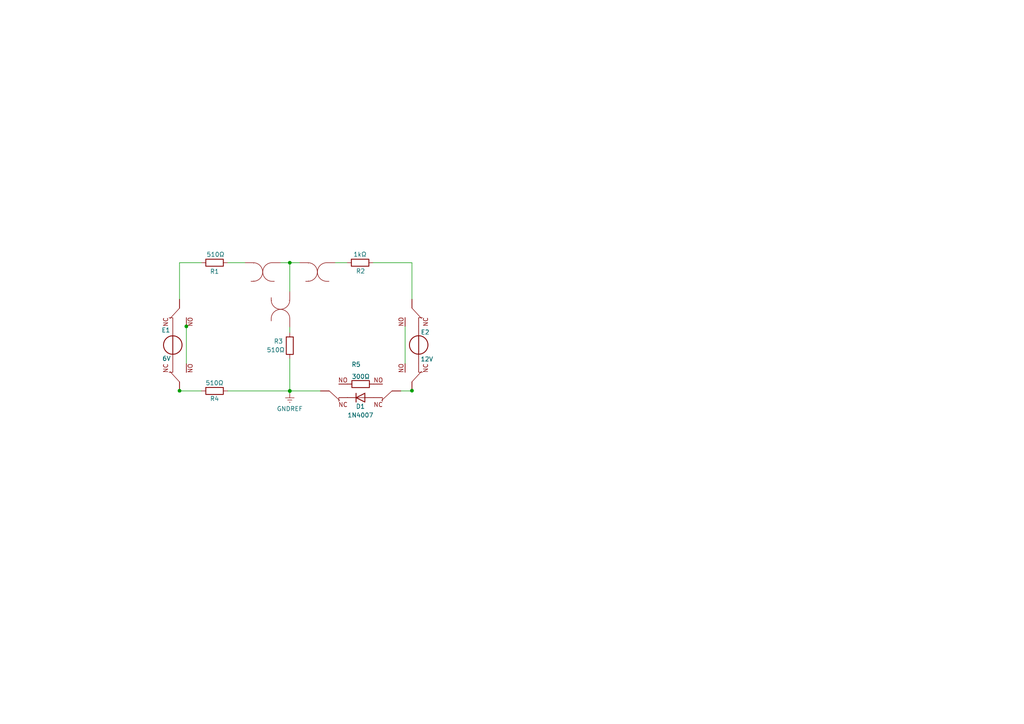
<source format=kicad_sch>
(kicad_sch (version 20211123) (generator eeschema)

  (uuid 1983aec5-1abc-426b-ad6b-36ebd5990c3c)

  (paper "A4")

  (lib_symbols
    (symbol "AmPlug_1" (pin_numbers hide) (pin_names hide) (in_bom yes) (on_board yes)
      (property "Reference" "U" (id 0) (at -0.0508 -6.5532 0)
        (effects (font (size 1.27 1.27)))
      )
      (property "Value" "AmPlug_1" (id 1) (at -0.1524 -4.2164 0)
        (effects (font (size 1.27 1.27)))
      )
      (property "Footprint" "" (id 2) (at 0 0 0)
        (effects (font (size 1.27 1.27)) hide)
      )
      (property "Datasheet" "" (id 3) (at 0 0 0)
        (effects (font (size 1.27 1.27)) hide)
      )
      (symbol "AmPlug_1_0_1"
        (arc (start -2.6745 -2.6936) (mid -0.0241 -0.0381) (end -2.5983 2.6912)
          (stroke (width 0) (type default) (color 0 0 0 0))
          (fill (type none))
        )
        (arc (start -2.5908 2.4892) (mid -2.5908 2.4892) (end -2.5908 2.4892)
          (stroke (width 0) (type default) (color 0 0 0 0))
          (fill (type none))
        )
        (arc (start -2.5654 -2.5654) (mid -2.5654 -2.5654) (end -2.5654 -2.5654)
          (stroke (width 0) (type default) (color 0 0 0 0))
          (fill (type none))
        )
        (polyline
          (pts
            (xy -2.6924 -2.6924)
            (xy -3.4036 -2.6924)
          )
          (stroke (width 0) (type default) (color 0 0 0 0))
          (fill (type none))
        )
        (polyline
          (pts
            (xy 3.3782 -2.6924)
            (xy 2.667 -2.6924)
          )
          (stroke (width 0) (type default) (color 0 0 0 0))
          (fill (type none))
        )
        (arc (start 2.6745 2.6936) (mid 0.0241 0.0381) (end 2.5983 -2.6912)
          (stroke (width 0) (type default) (color 0 0 0 0))
          (fill (type none))
        )
      )
      (symbol "AmPlug_1_1_1"
        (pin passive line (at -5.1816 2.6924 0) (length 2.54)
          (name "1" (effects (font (size 1.27 1.27))))
          (number "1" (effects (font (size 1.27 1.27))))
        )
        (pin passive line (at 5.207 2.6924 180) (length 2.54)
          (name "2" (effects (font (size 1.27 1.27))))
          (number "2" (effects (font (size 1.27 1.27))))
        )
      )
    )
    (symbol "AmPlug_2" (pin_numbers hide) (pin_names hide) (in_bom yes) (on_board yes)
      (property "Reference" "U" (id 0) (at -0.0508 -6.5532 0)
        (effects (font (size 1.27 1.27)))
      )
      (property "Value" "AmPlug_2" (id 1) (at -0.1524 -4.2164 0)
        (effects (font (size 1.27 1.27)))
      )
      (property "Footprint" "" (id 2) (at 0 0 0)
        (effects (font (size 1.27 1.27)) hide)
      )
      (property "Datasheet" "" (id 3) (at 0 0 0)
        (effects (font (size 1.27 1.27)) hide)
      )
      (symbol "AmPlug_2_0_1"
        (arc (start -2.6745 -2.6936) (mid -0.0241 -0.0381) (end -2.5983 2.6912)
          (stroke (width 0) (type default) (color 0 0 0 0))
          (fill (type none))
        )
        (arc (start -2.5908 2.4892) (mid -2.5908 2.4892) (end -2.5908 2.4892)
          (stroke (width 0) (type default) (color 0 0 0 0))
          (fill (type none))
        )
        (arc (start -2.5654 -2.5654) (mid -2.5654 -2.5654) (end -2.5654 -2.5654)
          (stroke (width 0) (type default) (color 0 0 0 0))
          (fill (type none))
        )
        (polyline
          (pts
            (xy -2.6924 -2.6924)
            (xy -3.4036 -2.6924)
          )
          (stroke (width 0) (type default) (color 0 0 0 0))
          (fill (type none))
        )
        (polyline
          (pts
            (xy 3.3782 -2.6924)
            (xy 2.667 -2.6924)
          )
          (stroke (width 0) (type default) (color 0 0 0 0))
          (fill (type none))
        )
        (arc (start 2.6745 2.6936) (mid 0.0241 0.0381) (end 2.5983 -2.6912)
          (stroke (width 0) (type default) (color 0 0 0 0))
          (fill (type none))
        )
      )
      (symbol "AmPlug_2_1_1"
        (pin passive line (at -5.1816 2.6924 0) (length 2.54)
          (name "1" (effects (font (size 1.27 1.27))))
          (number "1" (effects (font (size 1.27 1.27))))
        )
        (pin passive line (at 5.207 2.6924 180) (length 2.54)
          (name "2" (effects (font (size 1.27 1.27))))
          (number "2" (effects (font (size 1.27 1.27))))
        )
      )
    )
    (symbol "Device:R" (pin_numbers hide) (pin_names (offset 0)) (in_bom yes) (on_board yes)
      (property "Reference" "R" (id 0) (at 2.032 0 90)
        (effects (font (size 1.27 1.27)))
      )
      (property "Value" "R" (id 1) (at 0 0 90)
        (effects (font (size 1.27 1.27)))
      )
      (property "Footprint" "" (id 2) (at -1.778 0 90)
        (effects (font (size 1.27 1.27)) hide)
      )
      (property "Datasheet" "~" (id 3) (at 0 0 0)
        (effects (font (size 1.27 1.27)) hide)
      )
      (property "ki_keywords" "R res resistor" (id 4) (at 0 0 0)
        (effects (font (size 1.27 1.27)) hide)
      )
      (property "ki_description" "Resistor" (id 5) (at 0 0 0)
        (effects (font (size 1.27 1.27)) hide)
      )
      (property "ki_fp_filters" "R_*" (id 6) (at 0 0 0)
        (effects (font (size 1.27 1.27)) hide)
      )
      (symbol "R_0_1"
        (rectangle (start -1.016 -2.54) (end 1.016 2.54)
          (stroke (width 0.254) (type default) (color 0 0 0 0))
          (fill (type none))
        )
      )
      (symbol "R_1_1"
        (pin passive line (at 0 3.81 270) (length 1.27)
          (name "~" (effects (font (size 1.27 1.27))))
          (number "1" (effects (font (size 1.27 1.27))))
        )
        (pin passive line (at 0 -3.81 90) (length 1.27)
          (name "~" (effects (font (size 1.27 1.27))))
          (number "2" (effects (font (size 1.27 1.27))))
        )
      )
    )
    (symbol "Diode:1N4007" (pin_numbers hide) (pin_names (offset 1.016) hide) (in_bom yes) (on_board yes)
      (property "Reference" "D" (id 0) (at 0 2.54 0)
        (effects (font (size 1.27 1.27)))
      )
      (property "Value" "1N4007" (id 1) (at 0 -2.54 0)
        (effects (font (size 1.27 1.27)))
      )
      (property "Footprint" "Diode_THT:D_DO-41_SOD81_P10.16mm_Horizontal" (id 2) (at 0 -4.445 0)
        (effects (font (size 1.27 1.27)) hide)
      )
      (property "Datasheet" "http://www.vishay.com/docs/88503/1n4001.pdf" (id 3) (at 0 0 0)
        (effects (font (size 1.27 1.27)) hide)
      )
      (property "ki_keywords" "diode" (id 4) (at 0 0 0)
        (effects (font (size 1.27 1.27)) hide)
      )
      (property "ki_description" "1000V 1A General Purpose Rectifier Diode, DO-41" (id 5) (at 0 0 0)
        (effects (font (size 1.27 1.27)) hide)
      )
      (property "ki_fp_filters" "D*DO?41*" (id 6) (at 0 0 0)
        (effects (font (size 1.27 1.27)) hide)
      )
      (symbol "1N4007_0_1"
        (polyline
          (pts
            (xy -1.27 1.27)
            (xy -1.27 -1.27)
          )
          (stroke (width 0.254) (type default) (color 0 0 0 0))
          (fill (type none))
        )
        (polyline
          (pts
            (xy 1.27 0)
            (xy -1.27 0)
          )
          (stroke (width 0) (type default) (color 0 0 0 0))
          (fill (type none))
        )
        (polyline
          (pts
            (xy 1.27 1.27)
            (xy 1.27 -1.27)
            (xy -1.27 0)
            (xy 1.27 1.27)
          )
          (stroke (width 0.254) (type default) (color 0 0 0 0))
          (fill (type none))
        )
      )
      (symbol "1N4007_1_1"
        (pin passive line (at -3.81 0 0) (length 2.54)
          (name "K" (effects (font (size 1.27 1.27))))
          (number "1" (effects (font (size 1.27 1.27))))
        )
        (pin passive line (at 3.81 0 180) (length 2.54)
          (name "A" (effects (font (size 1.27 1.27))))
          (number "2" (effects (font (size 1.27 1.27))))
        )
      )
    )
    (symbol "Es_1" (pin_numbers hide) (pin_names hide) (in_bom yes) (on_board yes)
      (property "Reference" "U" (id 0) (at -3.9116 -1.8796 0)
        (effects (font (size 1.27 1.27)))
      )
      (property "Value" "Es_1" (id 1) (at -3.7338 1.9812 0)
        (effects (font (size 1.27 1.27)))
      )
      (property "Footprint" "" (id 2) (at 0 0 0)
        (effects (font (size 1.27 1.27)) hide)
      )
      (property "Datasheet" "" (id 3) (at 0 0 0)
        (effects (font (size 1.27 1.27)) hide)
      )
      (symbol "Es_1_0_1"
        (polyline
          (pts
            (xy 0 2.6162)
            (xy 0 -2.6162)
          )
          (stroke (width 0.254) (type default) (color 0 0 0 0))
          (fill (type none))
        )
        (circle (center 0 0) (radius 2.6823)
          (stroke (width 0.254) (type default) (color 0 0 0 0))
          (fill (type none))
        )
      )
      (symbol "Es_1_1_1"
        (pin output line (at 0 5.3594 270) (length 2.54)
          (name "V+" (effects (font (size 1.27 1.27))))
          (number "1" (effects (font (size 1.27 1.27))))
        )
        (pin output line (at 0 -5.3594 90) (length 2.54)
          (name "V-" (effects (font (size 1.27 1.27))))
          (number "2" (effects (font (size 1.27 1.27))))
        )
      )
    )
    (symbol "Relay_1" (pin_numbers hide) (pin_names hide) (in_bom yes) (on_board yes)
      (property "Reference" "Rl" (id 0) (at -0.2794 -8.0264 0)
        (effects (font (size 1.27 1.27)))
      )
      (property "Value" "Relay_1" (id 1) (at -0.127 -5.9436 0)
        (effects (font (size 1.27 1.27)))
      )
      (property "Footprint" "" (id 2) (at 0 0 0)
        (effects (font (size 1.27 1.27)) hide)
      )
      (property "Datasheet" "" (id 3) (at 0 0 0)
        (effects (font (size 1.27 1.27)) hide)
      )
      (symbol "Relay_1_0_0"
        (text "NC" (at -1.4732 -3.9878 0)
          (effects (font (size 1.27 1.27)))
        )
        (text "NO" (at -1.4478 3.1242 0)
          (effects (font (size 1.27 1.27)))
        )
      )
      (symbol "Relay_1_0_1"
        (polyline
          (pts
            (xy -0.508 -2.7686)
            (xy 2.5146 0)
          )
          (stroke (width 0) (type default) (color 0 0 0 0))
          (fill (type none))
        )
        (polyline
          (pts
            (xy -0.254 -1.9558)
            (xy -0.254 -3.048)
          )
          (stroke (width 0) (type default) (color 0 0 0 0))
          (fill (type none))
        )
        (polyline
          (pts
            (xy 7.5438 0.0762)
            (xy 7.5438 0.0762)
          )
          (stroke (width 0) (type default) (color 0 0 0 0))
          (fill (type none))
        )
      )
      (symbol "Relay_1_1_1"
        (pin passive line (at -2.7686 1.9812 0) (length 2.54)
          (name "NO" (effects (font (size 1.27 1.27))))
          (number "1" (effects (font (size 1.27 1.27))))
        )
        (pin passive line (at -2.8194 -1.9558 0) (length 2.54)
          (name "NC" (effects (font (size 1.27 1.27))))
          (number "2" (effects (font (size 1.27 1.27))))
        )
        (pin passive line (at 5.08 0 180) (length 2.54)
          (name "Com" (effects (font (size 1.27 1.27))))
          (number "3" (effects (font (size 1.27 1.27))))
        )
      )
    )
    (symbol "Relay_2" (pin_numbers hide) (pin_names hide) (in_bom yes) (on_board yes)
      (property "Reference" "Rl" (id 0) (at -0.2794 -8.0264 0)
        (effects (font (size 1.27 1.27)))
      )
      (property "Value" "Relay_2" (id 1) (at -0.127 -5.9436 0)
        (effects (font (size 1.27 1.27)))
      )
      (property "Footprint" "" (id 2) (at 0 0 0)
        (effects (font (size 1.27 1.27)) hide)
      )
      (property "Datasheet" "" (id 3) (at 0 0 0)
        (effects (font (size 1.27 1.27)) hide)
      )
      (symbol "Relay_2_0_0"
        (text "NC" (at -1.4732 -3.9878 0)
          (effects (font (size 1.27 1.27)))
        )
        (text "NO" (at -1.4478 3.1242 0)
          (effects (font (size 1.27 1.27)))
        )
      )
      (symbol "Relay_2_0_1"
        (polyline
          (pts
            (xy -0.508 -2.7686)
            (xy 2.5146 0)
          )
          (stroke (width 0) (type default) (color 0 0 0 0))
          (fill (type none))
        )
        (polyline
          (pts
            (xy -0.254 -1.9558)
            (xy -0.254 -3.048)
          )
          (stroke (width 0) (type default) (color 0 0 0 0))
          (fill (type none))
        )
        (polyline
          (pts
            (xy 7.5438 0.0762)
            (xy 7.5438 0.0762)
          )
          (stroke (width 0) (type default) (color 0 0 0 0))
          (fill (type none))
        )
      )
      (symbol "Relay_2_1_1"
        (pin passive line (at -2.7686 1.9812 0) (length 2.54)
          (name "NO" (effects (font (size 1.27 1.27))))
          (number "1" (effects (font (size 1.27 1.27))))
        )
        (pin passive line (at -2.8194 -1.9558 0) (length 2.54)
          (name "NC" (effects (font (size 1.27 1.27))))
          (number "2" (effects (font (size 1.27 1.27))))
        )
        (pin passive line (at 5.08 0 180) (length 2.54)
          (name "Com" (effects (font (size 1.27 1.27))))
          (number "3" (effects (font (size 1.27 1.27))))
        )
      )
    )
    (symbol "power:GNDREF" (power) (pin_names (offset 0)) (in_bom yes) (on_board yes)
      (property "Reference" "#PWR" (id 0) (at 0 -6.35 0)
        (effects (font (size 1.27 1.27)) hide)
      )
      (property "Value" "GNDREF" (id 1) (at 0 -3.81 0)
        (effects (font (size 1.27 1.27)))
      )
      (property "Footprint" "" (id 2) (at 0 0 0)
        (effects (font (size 1.27 1.27)) hide)
      )
      (property "Datasheet" "" (id 3) (at 0 0 0)
        (effects (font (size 1.27 1.27)) hide)
      )
      (property "ki_keywords" "power-flag" (id 4) (at 0 0 0)
        (effects (font (size 1.27 1.27)) hide)
      )
      (property "ki_description" "Power symbol creates a global label with name \"GNDREF\" , reference supply ground" (id 5) (at 0 0 0)
        (effects (font (size 1.27 1.27)) hide)
      )
      (symbol "GNDREF_0_1"
        (polyline
          (pts
            (xy -0.635 -1.905)
            (xy 0.635 -1.905)
          )
          (stroke (width 0) (type default) (color 0 0 0 0))
          (fill (type none))
        )
        (polyline
          (pts
            (xy -0.127 -2.54)
            (xy 0.127 -2.54)
          )
          (stroke (width 0) (type default) (color 0 0 0 0))
          (fill (type none))
        )
        (polyline
          (pts
            (xy 0 -1.27)
            (xy 0 0)
          )
          (stroke (width 0) (type default) (color 0 0 0 0))
          (fill (type none))
        )
        (polyline
          (pts
            (xy 1.27 -1.27)
            (xy -1.27 -1.27)
          )
          (stroke (width 0) (type default) (color 0 0 0 0))
          (fill (type none))
        )
      )
      (symbol "GNDREF_1_1"
        (pin power_in line (at 0 0 270) (length 0) hide
          (name "GNDREF" (effects (font (size 1.27 1.27))))
          (number "1" (effects (font (size 1.27 1.27))))
        )
      )
    )
    (symbol "test2020:AmPlug" (pin_numbers hide) (pin_names hide) (in_bom yes) (on_board yes)
      (property "Reference" "U" (id 0) (at -0.0508 -6.5532 0)
        (effects (font (size 1.27 1.27)))
      )
      (property "Value" "AmPlug" (id 1) (at -0.1524 -4.2164 0)
        (effects (font (size 1.27 1.27)))
      )
      (property "Footprint" "" (id 2) (at 0 0 0)
        (effects (font (size 1.27 1.27)) hide)
      )
      (property "Datasheet" "" (id 3) (at 0 0 0)
        (effects (font (size 1.27 1.27)) hide)
      )
      (symbol "AmPlug_0_1"
        (arc (start -2.6745 -2.6936) (mid -0.0241 -0.0381) (end -2.5983 2.6912)
          (stroke (width 0) (type default) (color 0 0 0 0))
          (fill (type none))
        )
        (arc (start -2.5908 2.4892) (mid -2.5908 2.4892) (end -2.5908 2.4892)
          (stroke (width 0) (type default) (color 0 0 0 0))
          (fill (type none))
        )
        (arc (start -2.5654 -2.5654) (mid -2.5654 -2.5654) (end -2.5654 -2.5654)
          (stroke (width 0) (type default) (color 0 0 0 0))
          (fill (type none))
        )
        (polyline
          (pts
            (xy -2.6924 -2.6924)
            (xy -3.4036 -2.6924)
          )
          (stroke (width 0) (type default) (color 0 0 0 0))
          (fill (type none))
        )
        (polyline
          (pts
            (xy 3.3782 -2.6924)
            (xy 2.667 -2.6924)
          )
          (stroke (width 0) (type default) (color 0 0 0 0))
          (fill (type none))
        )
        (arc (start 2.6745 2.6936) (mid 0.0241 0.0381) (end 2.5983 -2.6912)
          (stroke (width 0) (type default) (color 0 0 0 0))
          (fill (type none))
        )
      )
      (symbol "AmPlug_1_1"
        (pin passive line (at -5.1816 2.6924 0) (length 2.54)
          (name "1" (effects (font (size 1.27 1.27))))
          (number "1" (effects (font (size 1.27 1.27))))
        )
        (pin passive line (at 5.207 2.6924 180) (length 2.54)
          (name "2" (effects (font (size 1.27 1.27))))
          (number "2" (effects (font (size 1.27 1.27))))
        )
      )
    )
    (symbol "test2020:Es" (pin_numbers hide) (pin_names hide) (in_bom yes) (on_board yes)
      (property "Reference" "U" (id 0) (at -3.9116 -1.8796 0)
        (effects (font (size 1.27 1.27)))
      )
      (property "Value" "Es" (id 1) (at -3.7338 1.9812 0)
        (effects (font (size 1.27 1.27)))
      )
      (property "Footprint" "" (id 2) (at 0 0 0)
        (effects (font (size 1.27 1.27)) hide)
      )
      (property "Datasheet" "" (id 3) (at 0 0 0)
        (effects (font (size 1.27 1.27)) hide)
      )
      (symbol "Es_0_1"
        (polyline
          (pts
            (xy 0 2.6162)
            (xy 0 -2.6162)
          )
          (stroke (width 0.254) (type default) (color 0 0 0 0))
          (fill (type none))
        )
        (circle (center 0 0) (radius 2.6823)
          (stroke (width 0.254) (type default) (color 0 0 0 0))
          (fill (type none))
        )
      )
      (symbol "Es_1_1"
        (pin output line (at 0 5.3594 270) (length 2.54)
          (name "V+" (effects (font (size 1.27 1.27))))
          (number "1" (effects (font (size 1.27 1.27))))
        )
        (pin output line (at 0 -5.3594 90) (length 2.54)
          (name "V-" (effects (font (size 1.27 1.27))))
          (number "2" (effects (font (size 1.27 1.27))))
        )
      )
    )
    (symbol "test2020:Relay" (pin_numbers hide) (pin_names hide) (in_bom yes) (on_board yes)
      (property "Reference" "Rl" (id 0) (at -0.2794 -8.0264 0)
        (effects (font (size 1.27 1.27)))
      )
      (property "Value" "Relay" (id 1) (at -0.127 -5.9436 0)
        (effects (font (size 1.27 1.27)))
      )
      (property "Footprint" "" (id 2) (at 0 0 0)
        (effects (font (size 1.27 1.27)) hide)
      )
      (property "Datasheet" "" (id 3) (at 0 0 0)
        (effects (font (size 1.27 1.27)) hide)
      )
      (symbol "Relay_0_0"
        (text "NC" (at -1.4732 -3.9878 0)
          (effects (font (size 1.27 1.27)))
        )
        (text "NO" (at -1.4478 3.1242 0)
          (effects (font (size 1.27 1.27)))
        )
      )
      (symbol "Relay_0_1"
        (polyline
          (pts
            (xy -0.508 -2.7686)
            (xy 2.5146 0)
          )
          (stroke (width 0) (type default) (color 0 0 0 0))
          (fill (type none))
        )
        (polyline
          (pts
            (xy -0.254 -1.9558)
            (xy -0.254 -3.048)
          )
          (stroke (width 0) (type default) (color 0 0 0 0))
          (fill (type none))
        )
        (polyline
          (pts
            (xy 7.5438 0.0762)
            (xy 7.5438 0.0762)
          )
          (stroke (width 0) (type default) (color 0 0 0 0))
          (fill (type none))
        )
      )
      (symbol "Relay_1_1"
        (pin passive line (at -2.7686 1.9812 0) (length 2.54)
          (name "NO" (effects (font (size 1.27 1.27))))
          (number "1" (effects (font (size 1.27 1.27))))
        )
        (pin passive line (at -2.8194 -1.9558 0) (length 2.54)
          (name "NC" (effects (font (size 1.27 1.27))))
          (number "2" (effects (font (size 1.27 1.27))))
        )
        (pin passive line (at 5.08 0 180) (length 2.54)
          (name "Com" (effects (font (size 1.27 1.27))))
          (number "3" (effects (font (size 1.27 1.27))))
        )
      )
    )
  )

  (junction (at 84.0486 76.2) (diameter 0) (color 0 0 0 0)
    (uuid 0a191f56-f75d-4e8c-9535-d02a858cd445)
  )
  (junction (at 84.0486 113.411) (diameter 0) (color 0 0 0 0)
    (uuid 0aa096b0-5390-4f38-9168-12ffdfdbd697)
  )
  (junction (at 52.07 113.3348) (diameter 0) (color 0 0 0 0)
    (uuid 623a27b2-bafc-4d2f-8bec-7608185878e8)
  )
  (junction (at 84.0486 113.3856) (diameter 0) (color 0 0 0 0)
    (uuid 6c3abe80-e0d7-4758-acd0-a40ce77b43d8)
  )
  (junction (at 54.0512 94.6658) (diameter 0) (color 0 0 0 0)
    (uuid 98406499-b3e7-4d5b-9e7b-782b53e68bb7)
  )
  (junction (at 119.4816 113.3094) (diameter 0) (color 0 0 0 0)
    (uuid c5d3202f-b914-4d40-a20b-ef99331a3e1c)
  )

  (wire (pts (xy 52.07 113.3856) (xy 58.42 113.3856))
    (stroke (width 0) (type default) (color 0 0 0 0))
    (uuid 0310ccc5-d221-493f-a904-37e0af73be90)
  )
  (wire (pts (xy 92.9386 113.3856) (xy 84.0486 113.3856))
    (stroke (width 0) (type default) (color 0 0 0 0))
    (uuid 03f132de-7150-4a30-aa2b-7c18ebc816ca)
  )
  (wire (pts (xy 84.0486 104.0638) (xy 84.0486 113.3856))
    (stroke (width 0) (type default) (color 0 0 0 0))
    (uuid 0a62e79e-e9cf-4b30-914f-c4f2feeba1b2)
  )
  (wire (pts (xy 52.07 86.8172) (xy 52.07 76.2))
    (stroke (width 0) (type default) (color 0 0 0 0))
    (uuid 28c133cf-fd3a-42f5-a7ea-dfd411c146c9)
  )
  (wire (pts (xy 119.4816 76.2) (xy 108.2548 76.2))
    (stroke (width 0) (type default) (color 0 0 0 0))
    (uuid 38d2942e-e3ea-4288-91a5-b189929c191e)
  )
  (wire (pts (xy 84.0486 113.3856) (xy 66.04 113.3856))
    (stroke (width 0) (type default) (color 0 0 0 0))
    (uuid 39bf6a92-f44a-4e45-8a41-df781f8b5dd0)
  )
  (wire (pts (xy 84.0486 76.2) (xy 86.868 76.2))
    (stroke (width 0) (type default) (color 0 0 0 0))
    (uuid 62c66cea-9e03-4ba1-8dd2-c34856d3f106)
  )
  (wire (pts (xy 119.4816 76.2) (xy 119.4816 86.7918))
    (stroke (width 0) (type default) (color 0 0 0 0))
    (uuid 6d764377-e8e1-4ad8-84aa-402d06234b23)
  )
  (wire (pts (xy 54.0512 94.6658) (xy 54.0512 105.4862))
    (stroke (width 0) (type default) (color 0 0 0 0))
    (uuid 6dd3c965-bb36-4844-bd94-2dde243b6322)
  )
  (wire (pts (xy 119.4816 113.3856) (xy 116.2558 113.3856))
    (stroke (width 0) (type default) (color 0 0 0 0))
    (uuid 73243d51-05ba-4453-8d7f-7f1d5aef71ea)
  )
  (wire (pts (xy 84.0486 76.2) (xy 84.0486 84.5312))
    (stroke (width 0) (type default) (color 0 0 0 0))
    (uuid 7ee08353-c0ac-403c-9811-354a42207d40)
  )
  (wire (pts (xy 81.407 76.2) (xy 84.0486 76.2))
    (stroke (width 0) (type default) (color 0 0 0 0))
    (uuid 80e4b667-e6fe-4f0c-a08c-60046ba6bdcd)
  )
  (wire (pts (xy 66.04 76.2) (xy 71.0184 76.2))
    (stroke (width 0) (type default) (color 0 0 0 0))
    (uuid 9c083b00-9736-4f52-8920-850e7520eb09)
  )
  (wire (pts (xy 52.07 76.2) (xy 58.42 76.2))
    (stroke (width 0) (type default) (color 0 0 0 0))
    (uuid a893c35a-0910-45fe-b397-81329b353f8e)
  )
  (wire (pts (xy 100.7364 115.3414) (xy 100.838 115.3414))
    (stroke (width 0) (type default) (color 0 0 0 0))
    (uuid adc7aac9-1b8a-46cb-824f-90f39ce1c8fb)
  )
  (wire (pts (xy 117.5004 94.6404) (xy 117.5004 105.4608))
    (stroke (width 0) (type default) (color 0 0 0 0))
    (uuid c700e801-d8d5-423b-b89c-1320aeac1314)
  )
  (wire (pts (xy 84.0486 94.9198) (xy 84.0486 96.4438))
    (stroke (width 0) (type default) (color 0 0 0 0))
    (uuid da5fe52f-139d-47ef-a59a-997c6a31e693)
  )
  (wire (pts (xy 54.0512 94.6404) (xy 54.0512 94.6658))
    (stroke (width 0) (type default) (color 0 0 0 0))
    (uuid df3859f1-ef11-40a7-822c-2d12e0126883)
  )
  (wire (pts (xy 84.0486 113.411) (xy 84.0486 114.1222))
    (stroke (width 0) (type default) (color 0 0 0 0))
    (uuid e05222ac-ad29-4d19-88c8-065ffd6331e2)
  )
  (wire (pts (xy 97.2566 76.2) (xy 100.6348 76.2))
    (stroke (width 0) (type default) (color 0 0 0 0))
    (uuid f50cd91c-0e59-42b8-87bf-eeeeede6ef32)
  )

  (symbol (lib_id "test2020:Relay") (at 98.0186 113.3856 0) (mirror y) (unit 1)
    (in_bom yes) (on_board yes) (fields_autoplaced)
    (uuid 0fc8702b-760d-4113-a607-acc606406ac4)
    (property "Reference" "Rl1" (id 0) (at 95.6755 104.2416 0)
      (effects (font (size 1.27 1.27)) hide)
    )
    (property "Value" "Relay" (id 1) (at 95.6755 106.7816 0)
      (effects (font (size 1.27 1.27)) hide)
    )
    (property "Footprint" "" (id 2) (at 98.0186 113.3856 0)
      (effects (font (size 1.27 1.27)) hide)
    )
    (property "Datasheet" "" (id 3) (at 98.0186 113.3856 0)
      (effects (font (size 1.27 1.27)) hide)
    )
    (pin "1" (uuid 5879e9e3-670c-4097-bd2a-dc10648b4e98))
    (pin "2" (uuid c8fe3bef-fac9-4336-872c-3d1af293f198))
    (pin "3" (uuid db77c5ba-36d1-457d-8492-1396a3db8a1b))
  )

  (symbol (lib_id "Device:R") (at 62.23 76.2 90) (unit 1)
    (in_bom yes) (on_board yes)
    (uuid 1037c579-2ce7-4e79-98e0-bae592f97844)
    (property "Reference" "R1" (id 0) (at 62.23 78.74 90))
    (property "Value" "510Ω" (id 1) (at 62.5094 73.8124 90))
    (property "Footprint" "" (id 2) (at 62.23 77.978 90)
      (effects (font (size 1.27 1.27)) hide)
    )
    (property "Datasheet" "~" (id 3) (at 62.23 76.2 0)
      (effects (font (size 1.27 1.27)) hide)
    )
    (pin "1" (uuid 36f74a3c-9fdd-44af-bc2c-6c390f73218e))
    (pin "2" (uuid aafea3ef-f1cd-40de-8635-4abb710b721d))
  )

  (symbol (lib_id "test2020:AmPlug") (at 81.3562 89.7128 270) (unit 1)
    (in_bom yes) (on_board yes) (fields_autoplaced)
    (uuid 1a6dc6c5-428c-4fb4-9ebf-bdfee3bbebdc)
    (property "Reference" "P3" (id 0) (at 85.1154 88.43 90)
      (effects (font (size 1.27 1.27)) (justify left) hide)
    )
    (property "Value" "AmPlug" (id 1) (at 85.1154 90.97 90)
      (effects (font (size 1.27 1.27)) (justify left) hide)
    )
    (property "Footprint" "" (id 2) (at 81.3562 89.7128 0)
      (effects (font (size 1.27 1.27)) hide)
    )
    (property "Datasheet" "" (id 3) (at 81.3562 89.7128 0)
      (effects (font (size 1.27 1.27)) hide)
    )
    (pin "1" (uuid 8b015698-496c-47d9-b8a8-4bfb38a7dca9))
    (pin "2" (uuid 983bcb04-09a3-4100-aa7c-b4e55a3cac21))
  )

  (symbol (lib_name "Es_1") (lib_id "test2020:Es") (at 121.4374 100.0506 0) (unit 1)
    (in_bom yes) (on_board yes)
    (uuid 1e982293-5104-4842-ac24-2ec1798bf201)
    (property "Reference" "E2" (id 0) (at 122.0216 96.3676 0)
      (effects (font (size 1.27 1.27)) (justify left))
    )
    (property "Value" "12V" (id 1) (at 121.9454 104.1654 0)
      (effects (font (size 1.27 1.27)) (justify left))
    )
    (property "Footprint" "test2020:Es" (id 2) (at 121.4374 100.0506 0)
      (effects (font (size 1.27 1.27)) hide)
    )
    (property "Datasheet" "" (id 3) (at 121.4374 100.0506 0)
      (effects (font (size 1.27 1.27)) hide)
    )
    (pin "1" (uuid 4129ea42-3702-4efa-89c3-2b36934f6c58))
    (pin "2" (uuid 6c6bb724-7d04-4d66-bfab-2816560096f7))
  )

  (symbol (lib_id "Diode:1N4007") (at 104.5464 115.3414 0) (unit 1)
    (in_bom yes) (on_board yes)
    (uuid 2da02048-3542-4f4a-8692-51b285452752)
    (property "Reference" "D1" (id 0) (at 104.5464 117.8814 0))
    (property "Value" "1N4007" (id 1) (at 104.5464 120.4214 0))
    (property "Footprint" "Diode_THT:D_DO-41_SOD81_P10.16mm_Horizontal" (id 2) (at 104.5464 119.7864 0)
      (effects (font (size 1.27 1.27)) hide)
    )
    (property "Datasheet" "http://www.vishay.com/docs/88503/1n4001.pdf" (id 3) (at 104.5464 115.3414 0)
      (effects (font (size 1.27 1.27)) hide)
    )
    (pin "1" (uuid 5281340e-67f1-44d9-8860-d44d7d238bd5))
    (pin "2" (uuid 09a2ddf6-3144-40a7-9c67-228466b17de8))
  )

  (symbol (lib_id "Device:R") (at 104.4448 76.2 90) (unit 1)
    (in_bom yes) (on_board yes)
    (uuid 469c4988-e8c1-4999-aacd-3875c020d05f)
    (property "Reference" "R2" (id 0) (at 104.5718 78.6384 90))
    (property "Value" "1kΩ" (id 1) (at 104.4194 73.787 90))
    (property "Footprint" "" (id 2) (at 104.4448 77.978 90)
      (effects (font (size 1.27 1.27)) hide)
    )
    (property "Datasheet" "~" (id 3) (at 104.4448 76.2 0)
      (effects (font (size 1.27 1.27)) hide)
    )
    (pin "1" (uuid b2c0f3f9-ce3e-4c47-a0bd-97f1b0a6bff9))
    (pin "2" (uuid 6830a5f3-f50b-4165-8277-bd6c07fc4acf))
  )

  (symbol (lib_id "Device:R") (at 62.23 113.3856 90) (unit 1)
    (in_bom yes) (on_board yes)
    (uuid 58a9a52f-f134-490c-990f-a74ad21c4639)
    (property "Reference" "R4" (id 0) (at 62.23 115.6462 90))
    (property "Value" "510Ω" (id 1) (at 62.23 111.0742 90))
    (property "Footprint" "" (id 2) (at 62.23 115.1636 90)
      (effects (font (size 1.27 1.27)) hide)
    )
    (property "Datasheet" "~" (id 3) (at 62.23 113.3856 0)
      (effects (font (size 1.27 1.27)) hide)
    )
    (pin "1" (uuid 41434b9b-3c3c-42b7-96f4-802edb150a86))
    (pin "2" (uuid 2277be2d-22d3-4146-9e73-5e62f9930869))
  )

  (symbol (lib_id "Device:R") (at 84.0486 100.2538 0) (unit 1)
    (in_bom yes) (on_board yes)
    (uuid 601c1344-9d04-421c-913c-dbfc3877ab24)
    (property "Reference" "R3" (id 0) (at 79.4004 98.9838 0)
      (effects (font (size 1.27 1.27)) (justify left))
    )
    (property "Value" "510Ω" (id 1) (at 77.3176 101.4984 0)
      (effects (font (size 1.27 1.27)) (justify left))
    )
    (property "Footprint" "" (id 2) (at 82.2706 100.2538 90)
      (effects (font (size 1.27 1.27)) hide)
    )
    (property "Datasheet" "~" (id 3) (at 84.0486 100.2538 0)
      (effects (font (size 1.27 1.27)) hide)
    )
    (pin "1" (uuid 63e8bbd5-894b-4969-be3b-b045da1e20d9))
    (pin "2" (uuid ad48b2c7-df7e-4c19-b0ed-6354671c8a9d))
  )

  (symbol (lib_name "AmPlug_2") (lib_id "test2020:AmPlug") (at 92.0496 78.8924 0) (unit 1)
    (in_bom yes) (on_board yes) (fields_autoplaced)
    (uuid 70396495-7f00-48a0-8743-e148021e8883)
    (property "Reference" "P2" (id 0) (at 92.0369 71.0692 0)
      (effects (font (size 1.27 1.27)) hide)
    )
    (property "Value" "AmPlug" (id 1) (at 92.0369 73.6092 0)
      (effects (font (size 1.27 1.27)) hide)
    )
    (property "Footprint" "" (id 2) (at 92.0496 78.8924 0)
      (effects (font (size 1.27 1.27)) hide)
    )
    (property "Datasheet" "" (id 3) (at 92.0496 78.8924 0)
      (effects (font (size 1.27 1.27)) hide)
    )
    (pin "1" (uuid 46938deb-eb2a-4957-a860-5c01e7f20c53))
    (pin "2" (uuid c9a102ed-1ac4-4b56-beb8-79400a2d5186))
  )

  (symbol (lib_id "test2020:Es") (at 50.1142 100.076 0) (unit 1)
    (in_bom yes) (on_board yes)
    (uuid 79b37838-95bb-4e77-94c6-4c08dac4834a)
    (property "Reference" "E1" (id 0) (at 46.8122 95.758 0)
      (effects (font (size 1.27 1.27)) (justify left))
    )
    (property "Value" "6V" (id 1) (at 47.0408 103.9876 0)
      (effects (font (size 1.27 1.27)) (justify left))
    )
    (property "Footprint" "test2020:Es" (id 2) (at 50.1142 100.076 0)
      (effects (font (size 1.27 1.27)) hide)
    )
    (property "Datasheet" "" (id 3) (at 50.1142 100.076 0)
      (effects (font (size 1.27 1.27)) hide)
    )
    (pin "1" (uuid e27cbbfb-52da-4ecf-9075-4dfdf9ad69e0))
    (pin "2" (uuid 14b8ceba-c84a-4fec-81f5-cc07ffa5f468))
  )

  (symbol (lib_name "AmPlug_1") (lib_id "test2020:AmPlug") (at 76.2 78.8924 0) (unit 1)
    (in_bom yes) (on_board yes) (fields_autoplaced)
    (uuid 9d2595db-c4f7-47b3-aaa2-c4fdf5cb4f3f)
    (property "Reference" "P1" (id 0) (at 76.1873 71.0946 0)
      (effects (font (size 1.27 1.27)) hide)
    )
    (property "Value" "AmPlug" (id 1) (at 76.1873 73.6346 0)
      (effects (font (size 1.27 1.27)) hide)
    )
    (property "Footprint" "" (id 2) (at 76.2 78.8924 0)
      (effects (font (size 1.27 1.27)) hide)
    )
    (property "Datasheet" "" (id 3) (at 76.2 78.8924 0)
      (effects (font (size 1.27 1.27)) hide)
    )
    (pin "1" (uuid 10729962-c316-427e-bdf8-f35c79226b43))
    (pin "2" (uuid db537e00-f250-41f8-9e47-5a9f745b939c))
  )

  (symbol (lib_name "Relay_1") (lib_id "test2020:Relay") (at 119.4816 108.2294 90) (mirror x) (unit 1)
    (in_bom yes) (on_board yes) (fields_autoplaced)
    (uuid bf9e03ee-8e14-4e9a-9145-7059cd830ac8)
    (property "Reference" "Rl6" (id 0) (at 114.5032 109.3023 90)
      (effects (font (size 1.27 1.27)) (justify left) hide)
    )
    (property "Value" "Relay" (id 1) (at 114.5032 111.8423 90)
      (effects (font (size 1.27 1.27)) (justify left) hide)
    )
    (property "Footprint" "" (id 2) (at 119.4816 108.2294 0)
      (effects (font (size 1.27 1.27)) hide)
    )
    (property "Datasheet" "" (id 3) (at 119.4816 108.2294 0)
      (effects (font (size 1.27 1.27)) hide)
    )
    (pin "1" (uuid 3d57a9db-4a8b-4bb2-a39a-7b6328ce592c))
    (pin "2" (uuid 23d7d62c-9ddf-40f0-b1ce-101105e793fa))
    (pin "3" (uuid 6773bd3d-66bd-4e91-97fe-f2bd7b48c071))
  )

  (symbol (lib_id "power:GNDREF") (at 84.0486 114.1222 0) (unit 1)
    (in_bom yes) (on_board yes) (fields_autoplaced)
    (uuid d6b78f50-d055-49d9-bb1b-d1ba03fd5290)
    (property "Reference" "#PWR01" (id 0) (at 84.0486 120.4722 0)
      (effects (font (size 1.27 1.27)) hide)
    )
    (property "Value" "GNDREF" (id 1) (at 84.0486 118.5672 0))
    (property "Footprint" "" (id 2) (at 84.0486 114.1222 0)
      (effects (font (size 1.27 1.27)) hide)
    )
    (property "Datasheet" "" (id 3) (at 84.0486 114.1222 0)
      (effects (font (size 1.27 1.27)) hide)
    )
    (pin "1" (uuid 8fda6cd4-b317-4233-9f9c-9711faa2110b))
  )

  (symbol (lib_id "Device:R") (at 104.5972 111.4044 90) (unit 1)
    (in_bom yes) (on_board yes)
    (uuid dc4a4b0d-8f1e-4616-8be6-62fbb99f574d)
    (property "Reference" "R5" (id 0) (at 103.2764 105.7148 90))
    (property "Value" "300Ω" (id 1) (at 104.648 109.22 90))
    (property "Footprint" "" (id 2) (at 104.5972 113.1824 90)
      (effects (font (size 1.27 1.27)) hide)
    )
    (property "Datasheet" "~" (id 3) (at 104.5972 111.4044 0)
      (effects (font (size 1.27 1.27)) hide)
    )
    (pin "1" (uuid 03b11984-f88b-4b42-8c19-2af3c0ebd576))
    (pin "2" (uuid 3c87a5c6-db54-4880-a803-3b94beec2bd3))
  )

  (symbol (lib_name "Relay_2") (lib_id "test2020:Relay") (at 52.07 91.8972 270) (mirror x) (unit 1)
    (in_bom yes) (on_board yes) (fields_autoplaced)
    (uuid e9a3816b-4dba-4cf2-9010-34f2346a18f7)
    (property "Reference" "Rl3" (id 0) (at 58.1152 88.284 90)
      (effects (font (size 1.27 1.27)) (justify left) hide)
    )
    (property "Value" "Relay" (id 1) (at 58.1152 90.824 90)
      (effects (font (size 1.27 1.27)) (justify left) hide)
    )
    (property "Footprint" "" (id 2) (at 52.07 91.8972 0)
      (effects (font (size 1.27 1.27)) hide)
    )
    (property "Datasheet" "" (id 3) (at 52.07 91.8972 0)
      (effects (font (size 1.27 1.27)) hide)
    )
    (pin "1" (uuid 7c5a881d-8d17-4011-b222-a134098154ef))
    (pin "2" (uuid b2746a7b-6e2b-455c-923b-cbb87e1cbbf2))
    (pin "3" (uuid c90bb4a1-8eee-4c9a-94d4-f32d415de6fb))
  )

  (symbol (lib_name "Relay_2") (lib_id "test2020:Relay") (at 119.4816 91.8718 90) (unit 1)
    (in_bom yes) (on_board yes) (fields_autoplaced)
    (uuid eb4e14a7-cb83-4d30-8ba9-6bd11240ba37)
    (property "Reference" "Rl5" (id 0) (at 113.4364 88.2586 90)
      (effects (font (size 1.27 1.27)) (justify left) hide)
    )
    (property "Value" "Relay" (id 1) (at 113.4364 90.7986 90)
      (effects (font (size 1.27 1.27)) (justify left) hide)
    )
    (property "Footprint" "" (id 2) (at 119.4816 91.8718 0)
      (effects (font (size 1.27 1.27)) hide)
    )
    (property "Datasheet" "" (id 3) (at 119.4816 91.8718 0)
      (effects (font (size 1.27 1.27)) hide)
    )
    (pin "1" (uuid 30b73248-b6a1-4ee4-a369-16e3001a4f90))
    (pin "2" (uuid ef0efe1e-575e-45bb-880f-c5fe2eba7e64))
    (pin "3" (uuid cc74bdff-aed5-4dae-9f89-ca0202f8493f))
  )

  (symbol (lib_id "test2020:Relay") (at 111.1758 113.3856 0) (unit 1)
    (in_bom yes) (on_board yes) (fields_autoplaced)
    (uuid eff834b7-da97-4f2d-9489-3c731f5286e4)
    (property "Reference" "Rl2" (id 0) (at 113.5188 103.5304 0)
      (effects (font (size 1.27 1.27)) hide)
    )
    (property "Value" "Relay" (id 1) (at 113.5188 106.0704 0)
      (effects (font (size 1.27 1.27)) hide)
    )
    (property "Footprint" "" (id 2) (at 111.1758 113.3856 0)
      (effects (font (size 1.27 1.27)) hide)
    )
    (property "Datasheet" "" (id 3) (at 111.1758 113.3856 0)
      (effects (font (size 1.27 1.27)) hide)
    )
    (pin "1" (uuid 2fbe4f05-ef4b-45b6-95d9-cc5e9aad96cf))
    (pin "2" (uuid 3b460dc0-7518-4b63-a332-ccb5d5c7729c))
    (pin "3" (uuid e45397fe-8b77-4990-8a5e-a556cd1ac5e8))
  )

  (symbol (lib_name "Relay_1") (lib_id "test2020:Relay") (at 52.07 108.2548 270) (unit 1)
    (in_bom yes) (on_board yes) (fields_autoplaced)
    (uuid fca540cb-4ed3-403c-8aea-3a2a866dab3d)
    (property "Reference" "Rl4" (id 0) (at 57.0484 109.3277 90)
      (effects (font (size 1.27 1.27)) (justify left) hide)
    )
    (property "Value" "Relay" (id 1) (at 57.0484 111.8677 90)
      (effects (font (size 1.27 1.27)) (justify left) hide)
    )
    (property "Footprint" "" (id 2) (at 52.07 108.2548 0)
      (effects (font (size 1.27 1.27)) hide)
    )
    (property "Datasheet" "" (id 3) (at 52.07 108.2548 0)
      (effects (font (size 1.27 1.27)) hide)
    )
    (pin "1" (uuid d336304f-b81a-42d6-a931-2a83e73ef8ce))
    (pin "2" (uuid 8da68dd2-c2c1-47ff-a59c-2830788857d9))
    (pin "3" (uuid 838d5b86-709c-4e4e-a44e-94cecda1ccfa))
  )

  (sheet_instances
    (path "/" (page "1"))
  )

  (symbol_instances
    (path "/d6b78f50-d055-49d9-bb1b-d1ba03fd5290"
      (reference "#PWR01") (unit 1) (value "GNDREF") (footprint "")
    )
    (path "/2da02048-3542-4f4a-8692-51b285452752"
      (reference "D1") (unit 1) (value "1N4007") (footprint "Diode_THT:D_DO-41_SOD81_P10.16mm_Horizontal")
    )
    (path "/79b37838-95bb-4e77-94c6-4c08dac4834a"
      (reference "E1") (unit 1) (value "6V") (footprint "test2020:Es")
    )
    (path "/1e982293-5104-4842-ac24-2ec1798bf201"
      (reference "E2") (unit 1) (value "12V") (footprint "test2020:Es")
    )
    (path "/9d2595db-c4f7-47b3-aaa2-c4fdf5cb4f3f"
      (reference "P1") (unit 1) (value "AmPlug") (footprint "")
    )
    (path "/70396495-7f00-48a0-8743-e148021e8883"
      (reference "P2") (unit 1) (value "AmPlug") (footprint "")
    )
    (path "/1a6dc6c5-428c-4fb4-9ebf-bdfee3bbebdc"
      (reference "P3") (unit 1) (value "AmPlug") (footprint "")
    )
    (path "/1037c579-2ce7-4e79-98e0-bae592f97844"
      (reference "R1") (unit 1) (value "510Ω") (footprint "")
    )
    (path "/469c4988-e8c1-4999-aacd-3875c020d05f"
      (reference "R2") (unit 1) (value "1kΩ") (footprint "")
    )
    (path "/601c1344-9d04-421c-913c-dbfc3877ab24"
      (reference "R3") (unit 1) (value "510Ω") (footprint "")
    )
    (path "/58a9a52f-f134-490c-990f-a74ad21c4639"
      (reference "R4") (unit 1) (value "510Ω") (footprint "")
    )
    (path "/dc4a4b0d-8f1e-4616-8be6-62fbb99f574d"
      (reference "R5") (unit 1) (value "300Ω") (footprint "")
    )
    (path "/0fc8702b-760d-4113-a607-acc606406ac4"
      (reference "Rl1") (unit 1) (value "Relay") (footprint "")
    )
    (path "/eff834b7-da97-4f2d-9489-3c731f5286e4"
      (reference "Rl2") (unit 1) (value "Relay") (footprint "")
    )
    (path "/e9a3816b-4dba-4cf2-9010-34f2346a18f7"
      (reference "Rl3") (unit 1) (value "Relay") (footprint "")
    )
    (path "/fca540cb-4ed3-403c-8aea-3a2a866dab3d"
      (reference "Rl4") (unit 1) (value "Relay") (footprint "")
    )
    (path "/eb4e14a7-cb83-4d30-8ba9-6bd11240ba37"
      (reference "Rl5") (unit 1) (value "Relay") (footprint "")
    )
    (path "/bf9e03ee-8e14-4e9a-9145-7059cd830ac8"
      (reference "Rl6") (unit 1) (value "Relay") (footprint "")
    )
  )
)

</source>
